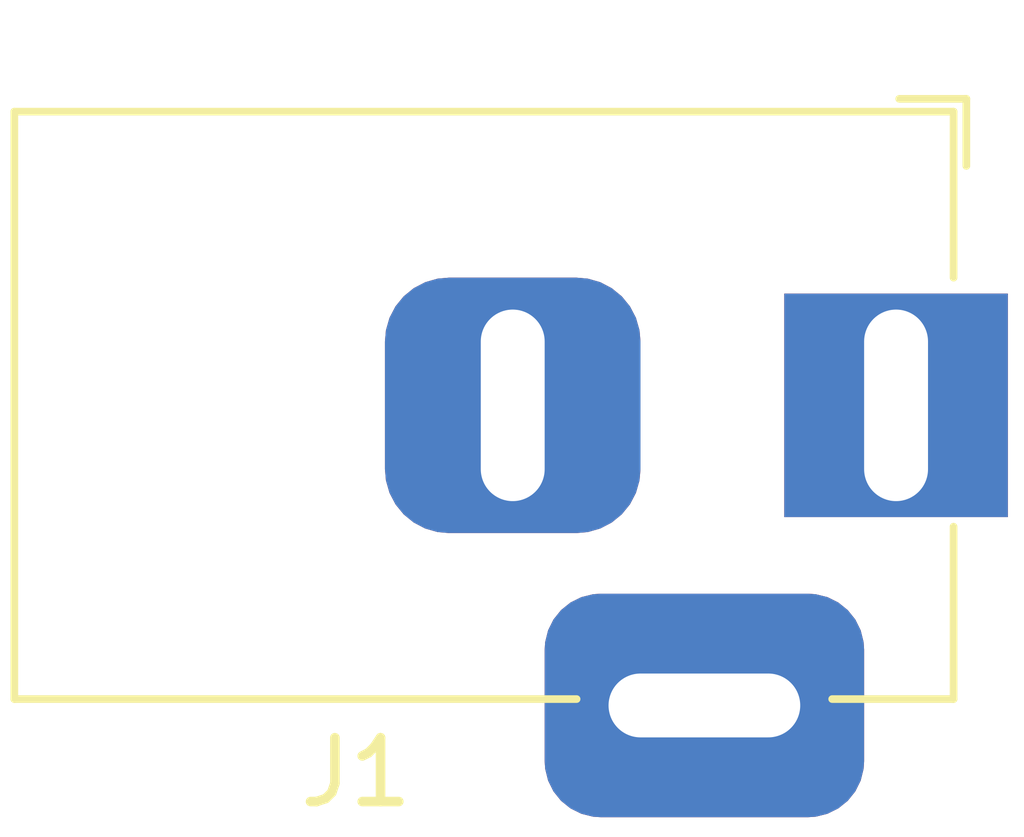
<source format=kicad_pcb>
(kicad_pcb (version 20171130) (host pcbnew 5.1.10-88a1d61d58~90~ubuntu20.04.1)

  (general
    (thickness 1.6)
    (drawings 0)
    (tracks 0)
    (zones 0)
    (modules 1)
    (nets 1)
  )

  (page A4)
  (layers
    (0 F.Cu signal)
    (31 B.Cu signal)
    (32 B.Adhes user)
    (33 F.Adhes user)
    (34 B.Paste user)
    (35 F.Paste user)
    (36 B.SilkS user)
    (37 F.SilkS user)
    (38 B.Mask user)
    (39 F.Mask user)
    (40 Dwgs.User user)
    (41 Cmts.User user)
    (42 Eco1.User user)
    (43 Eco2.User user)
    (44 Edge.Cuts user)
    (45 Margin user)
    (46 B.CrtYd user)
    (47 F.CrtYd user)
    (48 B.Fab user)
    (49 F.Fab user)
  )

  (setup
    (last_trace_width 0.25)
    (trace_clearance 0.2)
    (zone_clearance 0.508)
    (zone_45_only no)
    (trace_min 0.2)
    (via_size 0.8)
    (via_drill 0.4)
    (via_min_size 0.4)
    (via_min_drill 0.3)
    (uvia_size 0.3)
    (uvia_drill 0.1)
    (uvias_allowed no)
    (uvia_min_size 0.2)
    (uvia_min_drill 0.1)
    (edge_width 0.05)
    (segment_width 0.2)
    (pcb_text_width 0.3)
    (pcb_text_size 1.5 1.5)
    (mod_edge_width 0.12)
    (mod_text_size 1 1)
    (mod_text_width 0.15)
    (pad_size 3.5 3.5)
    (pad_drill 1)
    (pad_to_mask_clearance 0)
    (aux_axis_origin 0 0)
    (visible_elements FFFFFF7F)
    (pcbplotparams
      (layerselection 0x010fc_ffffffff)
      (usegerberextensions false)
      (usegerberattributes true)
      (usegerberadvancedattributes true)
      (creategerberjobfile true)
      (excludeedgelayer true)
      (linewidth 0.100000)
      (plotframeref false)
      (viasonmask false)
      (mode 1)
      (useauxorigin false)
      (hpglpennumber 1)
      (hpglpenspeed 20)
      (hpglpendiameter 15.000000)
      (psnegative false)
      (psa4output false)
      (plotreference true)
      (plotvalue true)
      (plotinvisibletext false)
      (padsonsilk false)
      (subtractmaskfromsilk false)
      (outputformat 1)
      (mirror false)
      (drillshape 1)
      (scaleselection 1)
      (outputdirectory ""))
  )

  (net 0 "")

  (net_class Default "This is the default net class."
    (clearance 0.2)
    (trace_width 0.25)
    (via_dia 0.8)
    (via_drill 0.4)
    (uvia_dia 0.3)
    (uvia_drill 0.1)
    (add_net "Net-(J1-Pad1)")
    (add_net "Net-(J1-Pad2)")
    (add_net "Net-(J1-Pad3)")
  )

  (module footprint:DC_JACK (layer F.Cu) (tedit 614821D9) (tstamp 61488CFA)
    (at 77.724 56.896)
    (descr DC_JACK)
    (tags DC_JACK)
    (path /6148DDB3)
    (fp_text reference J1 (at -8.45 5.75) (layer F.SilkS)
      (effects (font (size 1 1) (thickness 0.15)))
    )
    (fp_text value DC_JACK (at -6.2 -5.5) (layer F.Fab)
      (effects (font (size 1 1) (thickness 0.15)))
    )
    (fp_text user %R (at -3 -2.95) (layer F.Fab)
      (effects (font (size 1 1) (thickness 0.15)))
    )
    (fp_line (start 0 -4.5) (end -13.7 -4.5) (layer F.Fab) (width 0.1))
    (fp_line (start 0.8 4.5) (end 0.8 -3.75) (layer F.Fab) (width 0.1))
    (fp_line (start -13.7 4.5) (end 0.8 4.5) (layer F.Fab) (width 0.1))
    (fp_line (start -13.7 -4.5) (end -13.7 4.5) (layer F.Fab) (width 0.1))
    (fp_line (start -10.2 -4.5) (end -10.2 4.5) (layer F.Fab) (width 0.1))
    (fp_line (start 0.9 -4.6) (end 0.9 -2) (layer F.SilkS) (width 0.12))
    (fp_line (start -13.8 -4.6) (end 0.9 -4.6) (layer F.SilkS) (width 0.12))
    (fp_line (start 0.9 4.6) (end -1 4.6) (layer F.SilkS) (width 0.12))
    (fp_line (start 0.9 1.9) (end 0.9 4.6) (layer F.SilkS) (width 0.12))
    (fp_line (start -13.8 4.6) (end -13.8 -4.6) (layer F.SilkS) (width 0.12))
    (fp_line (start -5 4.6) (end -13.8 4.6) (layer F.SilkS) (width 0.12))
    (fp_line (start -14 4.75) (end -14 -4.75) (layer F.CrtYd) (width 0.05))
    (fp_line (start -5 4.75) (end -14 4.75) (layer F.CrtYd) (width 0.05))
    (fp_line (start -5 6.75) (end -5 4.75) (layer F.CrtYd) (width 0.05))
    (fp_line (start -1 6.75) (end -5 6.75) (layer F.CrtYd) (width 0.05))
    (fp_line (start -1 4.75) (end -1 6.75) (layer F.CrtYd) (width 0.05))
    (fp_line (start 1 4.75) (end -1 4.75) (layer F.CrtYd) (width 0.05))
    (fp_line (start 1 2) (end 1 4.75) (layer F.CrtYd) (width 0.05))
    (fp_line (start 2 2) (end 1 2) (layer F.CrtYd) (width 0.05))
    (fp_line (start 2 -2) (end 2 2) (layer F.CrtYd) (width 0.05))
    (fp_line (start 1 -2) (end 2 -2) (layer F.CrtYd) (width 0.05))
    (fp_line (start 1 -4.5) (end 1 -2) (layer F.CrtYd) (width 0.05))
    (fp_line (start 1 -4.75) (end -14 -4.75) (layer F.CrtYd) (width 0.05))
    (fp_line (start 1 -4.5) (end 1 -4.75) (layer F.CrtYd) (width 0.05))
    (fp_line (start 0.05 -4.8) (end 1.1 -4.8) (layer F.SilkS) (width 0.12))
    (fp_line (start 1.1 -3.75) (end 1.1 -4.8) (layer F.SilkS) (width 0.12))
    (fp_line (start -0.003213 -4.505425) (end 0.8 -3.75) (layer F.Fab) (width 0.1))
    (pad 1 thru_hole trapezoid (at 0 0) (size 3.5 3.5) (drill oval 1 3) (layers *.Cu *.Mask))
    (pad 3 thru_hole roundrect (at -6 0) (size 4 4) (drill oval 1 3) (layers *.Cu *.Mask) (roundrect_rratio 0.25))
    (pad 2 thru_hole roundrect (at -3 4.7) (size 5 3.5) (drill oval 3 1) (layers *.Cu *.Mask) (roundrect_rratio 0.25))
    (model ${KISYS3DMOD}/Connector_BarrelJack.3dshapes/BarrelJack_Horizontal.wrl
      (at (xyz 0 0 0))
      (scale (xyz 1 1 1))
      (rotate (xyz 0 0 0))
    )
  )

)

</source>
